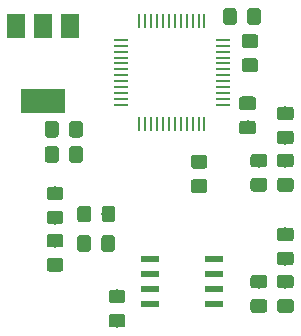
<source format=gtp>
G04 #@! TF.GenerationSoftware,KiCad,Pcbnew,5.0.1+dfsg1-3*
G04 #@! TF.CreationDate,2019-03-17T20:51:19-04:00*
G04 #@! TF.ProjectId,controller,636F6E74726F6C6C65722E6B69636164,rev?*
G04 #@! TF.SameCoordinates,Original*
G04 #@! TF.FileFunction,Paste,Top*
G04 #@! TF.FilePolarity,Positive*
%FSLAX46Y46*%
G04 Gerber Fmt 4.6, Leading zero omitted, Abs format (unit mm)*
G04 Created by KiCad (PCBNEW 5.0.1+dfsg1-3) date Sun 17 Mar 2019 08:51:19 PM EDT*
%MOMM*%
%LPD*%
G01*
G04 APERTURE LIST*
%ADD10C,0.100000*%
%ADD11C,1.150000*%
%ADD12R,0.250000X1.300000*%
%ADD13R,1.300000X0.250000*%
%ADD14R,1.550000X0.600000*%
%ADD15R,3.800000X2.000000*%
%ADD16R,1.500000X2.000000*%
G04 APERTURE END LIST*
D10*
G04 #@! TO.C,D1*
G36*
X101874505Y-108051204D02*
X101898773Y-108054804D01*
X101922572Y-108060765D01*
X101945671Y-108069030D01*
X101967850Y-108079520D01*
X101988893Y-108092132D01*
X102008599Y-108106747D01*
X102026777Y-108123223D01*
X102043253Y-108141401D01*
X102057868Y-108161107D01*
X102070480Y-108182150D01*
X102080970Y-108204329D01*
X102089235Y-108227428D01*
X102095196Y-108251227D01*
X102098796Y-108275495D01*
X102100000Y-108299999D01*
X102100000Y-109200001D01*
X102098796Y-109224505D01*
X102095196Y-109248773D01*
X102089235Y-109272572D01*
X102080970Y-109295671D01*
X102070480Y-109317850D01*
X102057868Y-109338893D01*
X102043253Y-109358599D01*
X102026777Y-109376777D01*
X102008599Y-109393253D01*
X101988893Y-109407868D01*
X101967850Y-109420480D01*
X101945671Y-109430970D01*
X101922572Y-109439235D01*
X101898773Y-109445196D01*
X101874505Y-109448796D01*
X101850001Y-109450000D01*
X101199999Y-109450000D01*
X101175495Y-109448796D01*
X101151227Y-109445196D01*
X101127428Y-109439235D01*
X101104329Y-109430970D01*
X101082150Y-109420480D01*
X101061107Y-109407868D01*
X101041401Y-109393253D01*
X101023223Y-109376777D01*
X101006747Y-109358599D01*
X100992132Y-109338893D01*
X100979520Y-109317850D01*
X100969030Y-109295671D01*
X100960765Y-109272572D01*
X100954804Y-109248773D01*
X100951204Y-109224505D01*
X100950000Y-109200001D01*
X100950000Y-108299999D01*
X100951204Y-108275495D01*
X100954804Y-108251227D01*
X100960765Y-108227428D01*
X100969030Y-108204329D01*
X100979520Y-108182150D01*
X100992132Y-108161107D01*
X101006747Y-108141401D01*
X101023223Y-108123223D01*
X101041401Y-108106747D01*
X101061107Y-108092132D01*
X101082150Y-108079520D01*
X101104329Y-108069030D01*
X101127428Y-108060765D01*
X101151227Y-108054804D01*
X101175495Y-108051204D01*
X101199999Y-108050000D01*
X101850001Y-108050000D01*
X101874505Y-108051204D01*
X101874505Y-108051204D01*
G37*
D11*
X101525000Y-108750000D03*
D10*
G36*
X99824505Y-108051204D02*
X99848773Y-108054804D01*
X99872572Y-108060765D01*
X99895671Y-108069030D01*
X99917850Y-108079520D01*
X99938893Y-108092132D01*
X99958599Y-108106747D01*
X99976777Y-108123223D01*
X99993253Y-108141401D01*
X100007868Y-108161107D01*
X100020480Y-108182150D01*
X100030970Y-108204329D01*
X100039235Y-108227428D01*
X100045196Y-108251227D01*
X100048796Y-108275495D01*
X100050000Y-108299999D01*
X100050000Y-109200001D01*
X100048796Y-109224505D01*
X100045196Y-109248773D01*
X100039235Y-109272572D01*
X100030970Y-109295671D01*
X100020480Y-109317850D01*
X100007868Y-109338893D01*
X99993253Y-109358599D01*
X99976777Y-109376777D01*
X99958599Y-109393253D01*
X99938893Y-109407868D01*
X99917850Y-109420480D01*
X99895671Y-109430970D01*
X99872572Y-109439235D01*
X99848773Y-109445196D01*
X99824505Y-109448796D01*
X99800001Y-109450000D01*
X99149999Y-109450000D01*
X99125495Y-109448796D01*
X99101227Y-109445196D01*
X99077428Y-109439235D01*
X99054329Y-109430970D01*
X99032150Y-109420480D01*
X99011107Y-109407868D01*
X98991401Y-109393253D01*
X98973223Y-109376777D01*
X98956747Y-109358599D01*
X98942132Y-109338893D01*
X98929520Y-109317850D01*
X98919030Y-109295671D01*
X98910765Y-109272572D01*
X98904804Y-109248773D01*
X98901204Y-109224505D01*
X98900000Y-109200001D01*
X98900000Y-108299999D01*
X98901204Y-108275495D01*
X98904804Y-108251227D01*
X98910765Y-108227428D01*
X98919030Y-108204329D01*
X98929520Y-108182150D01*
X98942132Y-108161107D01*
X98956747Y-108141401D01*
X98973223Y-108123223D01*
X98991401Y-108106747D01*
X99011107Y-108092132D01*
X99032150Y-108079520D01*
X99054329Y-108069030D01*
X99077428Y-108060765D01*
X99101227Y-108054804D01*
X99125495Y-108051204D01*
X99149999Y-108050000D01*
X99800001Y-108050000D01*
X99824505Y-108051204D01*
X99824505Y-108051204D01*
G37*
D11*
X99475000Y-108750000D03*
G04 #@! TD*
D10*
G04 #@! TO.C,D2*
G36*
X99799505Y-110551204D02*
X99823773Y-110554804D01*
X99847572Y-110560765D01*
X99870671Y-110569030D01*
X99892850Y-110579520D01*
X99913893Y-110592132D01*
X99933599Y-110606747D01*
X99951777Y-110623223D01*
X99968253Y-110641401D01*
X99982868Y-110661107D01*
X99995480Y-110682150D01*
X100005970Y-110704329D01*
X100014235Y-110727428D01*
X100020196Y-110751227D01*
X100023796Y-110775495D01*
X100025000Y-110799999D01*
X100025000Y-111700001D01*
X100023796Y-111724505D01*
X100020196Y-111748773D01*
X100014235Y-111772572D01*
X100005970Y-111795671D01*
X99995480Y-111817850D01*
X99982868Y-111838893D01*
X99968253Y-111858599D01*
X99951777Y-111876777D01*
X99933599Y-111893253D01*
X99913893Y-111907868D01*
X99892850Y-111920480D01*
X99870671Y-111930970D01*
X99847572Y-111939235D01*
X99823773Y-111945196D01*
X99799505Y-111948796D01*
X99775001Y-111950000D01*
X99124999Y-111950000D01*
X99100495Y-111948796D01*
X99076227Y-111945196D01*
X99052428Y-111939235D01*
X99029329Y-111930970D01*
X99007150Y-111920480D01*
X98986107Y-111907868D01*
X98966401Y-111893253D01*
X98948223Y-111876777D01*
X98931747Y-111858599D01*
X98917132Y-111838893D01*
X98904520Y-111817850D01*
X98894030Y-111795671D01*
X98885765Y-111772572D01*
X98879804Y-111748773D01*
X98876204Y-111724505D01*
X98875000Y-111700001D01*
X98875000Y-110799999D01*
X98876204Y-110775495D01*
X98879804Y-110751227D01*
X98885765Y-110727428D01*
X98894030Y-110704329D01*
X98904520Y-110682150D01*
X98917132Y-110661107D01*
X98931747Y-110641401D01*
X98948223Y-110623223D01*
X98966401Y-110606747D01*
X98986107Y-110592132D01*
X99007150Y-110579520D01*
X99029329Y-110569030D01*
X99052428Y-110560765D01*
X99076227Y-110554804D01*
X99100495Y-110551204D01*
X99124999Y-110550000D01*
X99775001Y-110550000D01*
X99799505Y-110551204D01*
X99799505Y-110551204D01*
G37*
D11*
X99450000Y-111250000D03*
D10*
G36*
X101849505Y-110551204D02*
X101873773Y-110554804D01*
X101897572Y-110560765D01*
X101920671Y-110569030D01*
X101942850Y-110579520D01*
X101963893Y-110592132D01*
X101983599Y-110606747D01*
X102001777Y-110623223D01*
X102018253Y-110641401D01*
X102032868Y-110661107D01*
X102045480Y-110682150D01*
X102055970Y-110704329D01*
X102064235Y-110727428D01*
X102070196Y-110751227D01*
X102073796Y-110775495D01*
X102075000Y-110799999D01*
X102075000Y-111700001D01*
X102073796Y-111724505D01*
X102070196Y-111748773D01*
X102064235Y-111772572D01*
X102055970Y-111795671D01*
X102045480Y-111817850D01*
X102032868Y-111838893D01*
X102018253Y-111858599D01*
X102001777Y-111876777D01*
X101983599Y-111893253D01*
X101963893Y-111907868D01*
X101942850Y-111920480D01*
X101920671Y-111930970D01*
X101897572Y-111939235D01*
X101873773Y-111945196D01*
X101849505Y-111948796D01*
X101825001Y-111950000D01*
X101174999Y-111950000D01*
X101150495Y-111948796D01*
X101126227Y-111945196D01*
X101102428Y-111939235D01*
X101079329Y-111930970D01*
X101057150Y-111920480D01*
X101036107Y-111907868D01*
X101016401Y-111893253D01*
X100998223Y-111876777D01*
X100981747Y-111858599D01*
X100967132Y-111838893D01*
X100954520Y-111817850D01*
X100944030Y-111795671D01*
X100935765Y-111772572D01*
X100929804Y-111748773D01*
X100926204Y-111724505D01*
X100925000Y-111700001D01*
X100925000Y-110799999D01*
X100926204Y-110775495D01*
X100929804Y-110751227D01*
X100935765Y-110727428D01*
X100944030Y-110704329D01*
X100954520Y-110682150D01*
X100967132Y-110661107D01*
X100981747Y-110641401D01*
X100998223Y-110623223D01*
X101016401Y-110606747D01*
X101036107Y-110592132D01*
X101057150Y-110579520D01*
X101079329Y-110569030D01*
X101102428Y-110560765D01*
X101126227Y-110554804D01*
X101150495Y-110551204D01*
X101174999Y-110550000D01*
X101825001Y-110550000D01*
X101849505Y-110551204D01*
X101849505Y-110551204D01*
G37*
D11*
X101500000Y-111250000D03*
G04 #@! TD*
D10*
G04 #@! TO.C,R10*
G36*
X97474505Y-112476204D02*
X97498773Y-112479804D01*
X97522572Y-112485765D01*
X97545671Y-112494030D01*
X97567850Y-112504520D01*
X97588893Y-112517132D01*
X97608599Y-112531747D01*
X97626777Y-112548223D01*
X97643253Y-112566401D01*
X97657868Y-112586107D01*
X97670480Y-112607150D01*
X97680970Y-112629329D01*
X97689235Y-112652428D01*
X97695196Y-112676227D01*
X97698796Y-112700495D01*
X97700000Y-112724999D01*
X97700000Y-113375001D01*
X97698796Y-113399505D01*
X97695196Y-113423773D01*
X97689235Y-113447572D01*
X97680970Y-113470671D01*
X97670480Y-113492850D01*
X97657868Y-113513893D01*
X97643253Y-113533599D01*
X97626777Y-113551777D01*
X97608599Y-113568253D01*
X97588893Y-113582868D01*
X97567850Y-113595480D01*
X97545671Y-113605970D01*
X97522572Y-113614235D01*
X97498773Y-113620196D01*
X97474505Y-113623796D01*
X97450001Y-113625000D01*
X96549999Y-113625000D01*
X96525495Y-113623796D01*
X96501227Y-113620196D01*
X96477428Y-113614235D01*
X96454329Y-113605970D01*
X96432150Y-113595480D01*
X96411107Y-113582868D01*
X96391401Y-113568253D01*
X96373223Y-113551777D01*
X96356747Y-113533599D01*
X96342132Y-113513893D01*
X96329520Y-113492850D01*
X96319030Y-113470671D01*
X96310765Y-113447572D01*
X96304804Y-113423773D01*
X96301204Y-113399505D01*
X96300000Y-113375001D01*
X96300000Y-112724999D01*
X96301204Y-112700495D01*
X96304804Y-112676227D01*
X96310765Y-112652428D01*
X96319030Y-112629329D01*
X96329520Y-112607150D01*
X96342132Y-112586107D01*
X96356747Y-112566401D01*
X96373223Y-112548223D01*
X96391401Y-112531747D01*
X96411107Y-112517132D01*
X96432150Y-112504520D01*
X96454329Y-112494030D01*
X96477428Y-112485765D01*
X96501227Y-112479804D01*
X96525495Y-112476204D01*
X96549999Y-112475000D01*
X97450001Y-112475000D01*
X97474505Y-112476204D01*
X97474505Y-112476204D01*
G37*
D11*
X97000000Y-113050000D03*
D10*
G36*
X97474505Y-110426204D02*
X97498773Y-110429804D01*
X97522572Y-110435765D01*
X97545671Y-110444030D01*
X97567850Y-110454520D01*
X97588893Y-110467132D01*
X97608599Y-110481747D01*
X97626777Y-110498223D01*
X97643253Y-110516401D01*
X97657868Y-110536107D01*
X97670480Y-110557150D01*
X97680970Y-110579329D01*
X97689235Y-110602428D01*
X97695196Y-110626227D01*
X97698796Y-110650495D01*
X97700000Y-110674999D01*
X97700000Y-111325001D01*
X97698796Y-111349505D01*
X97695196Y-111373773D01*
X97689235Y-111397572D01*
X97680970Y-111420671D01*
X97670480Y-111442850D01*
X97657868Y-111463893D01*
X97643253Y-111483599D01*
X97626777Y-111501777D01*
X97608599Y-111518253D01*
X97588893Y-111532868D01*
X97567850Y-111545480D01*
X97545671Y-111555970D01*
X97522572Y-111564235D01*
X97498773Y-111570196D01*
X97474505Y-111573796D01*
X97450001Y-111575000D01*
X96549999Y-111575000D01*
X96525495Y-111573796D01*
X96501227Y-111570196D01*
X96477428Y-111564235D01*
X96454329Y-111555970D01*
X96432150Y-111545480D01*
X96411107Y-111532868D01*
X96391401Y-111518253D01*
X96373223Y-111501777D01*
X96356747Y-111483599D01*
X96342132Y-111463893D01*
X96329520Y-111442850D01*
X96319030Y-111420671D01*
X96310765Y-111397572D01*
X96304804Y-111373773D01*
X96301204Y-111349505D01*
X96300000Y-111325001D01*
X96300000Y-110674999D01*
X96301204Y-110650495D01*
X96304804Y-110626227D01*
X96310765Y-110602428D01*
X96319030Y-110579329D01*
X96329520Y-110557150D01*
X96342132Y-110536107D01*
X96356747Y-110516401D01*
X96373223Y-110498223D01*
X96391401Y-110481747D01*
X96411107Y-110467132D01*
X96432150Y-110454520D01*
X96454329Y-110444030D01*
X96477428Y-110435765D01*
X96501227Y-110429804D01*
X96525495Y-110426204D01*
X96549999Y-110425000D01*
X97450001Y-110425000D01*
X97474505Y-110426204D01*
X97474505Y-110426204D01*
G37*
D11*
X97000000Y-111000000D03*
G04 #@! TD*
D10*
G04 #@! TO.C,R9*
G36*
X97474505Y-108476204D02*
X97498773Y-108479804D01*
X97522572Y-108485765D01*
X97545671Y-108494030D01*
X97567850Y-108504520D01*
X97588893Y-108517132D01*
X97608599Y-108531747D01*
X97626777Y-108548223D01*
X97643253Y-108566401D01*
X97657868Y-108586107D01*
X97670480Y-108607150D01*
X97680970Y-108629329D01*
X97689235Y-108652428D01*
X97695196Y-108676227D01*
X97698796Y-108700495D01*
X97700000Y-108724999D01*
X97700000Y-109375001D01*
X97698796Y-109399505D01*
X97695196Y-109423773D01*
X97689235Y-109447572D01*
X97680970Y-109470671D01*
X97670480Y-109492850D01*
X97657868Y-109513893D01*
X97643253Y-109533599D01*
X97626777Y-109551777D01*
X97608599Y-109568253D01*
X97588893Y-109582868D01*
X97567850Y-109595480D01*
X97545671Y-109605970D01*
X97522572Y-109614235D01*
X97498773Y-109620196D01*
X97474505Y-109623796D01*
X97450001Y-109625000D01*
X96549999Y-109625000D01*
X96525495Y-109623796D01*
X96501227Y-109620196D01*
X96477428Y-109614235D01*
X96454329Y-109605970D01*
X96432150Y-109595480D01*
X96411107Y-109582868D01*
X96391401Y-109568253D01*
X96373223Y-109551777D01*
X96356747Y-109533599D01*
X96342132Y-109513893D01*
X96329520Y-109492850D01*
X96319030Y-109470671D01*
X96310765Y-109447572D01*
X96304804Y-109423773D01*
X96301204Y-109399505D01*
X96300000Y-109375001D01*
X96300000Y-108724999D01*
X96301204Y-108700495D01*
X96304804Y-108676227D01*
X96310765Y-108652428D01*
X96319030Y-108629329D01*
X96329520Y-108607150D01*
X96342132Y-108586107D01*
X96356747Y-108566401D01*
X96373223Y-108548223D01*
X96391401Y-108531747D01*
X96411107Y-108517132D01*
X96432150Y-108504520D01*
X96454329Y-108494030D01*
X96477428Y-108485765D01*
X96501227Y-108479804D01*
X96525495Y-108476204D01*
X96549999Y-108475000D01*
X97450001Y-108475000D01*
X97474505Y-108476204D01*
X97474505Y-108476204D01*
G37*
D11*
X97000000Y-109050000D03*
D10*
G36*
X97474505Y-106426204D02*
X97498773Y-106429804D01*
X97522572Y-106435765D01*
X97545671Y-106444030D01*
X97567850Y-106454520D01*
X97588893Y-106467132D01*
X97608599Y-106481747D01*
X97626777Y-106498223D01*
X97643253Y-106516401D01*
X97657868Y-106536107D01*
X97670480Y-106557150D01*
X97680970Y-106579329D01*
X97689235Y-106602428D01*
X97695196Y-106626227D01*
X97698796Y-106650495D01*
X97700000Y-106674999D01*
X97700000Y-107325001D01*
X97698796Y-107349505D01*
X97695196Y-107373773D01*
X97689235Y-107397572D01*
X97680970Y-107420671D01*
X97670480Y-107442850D01*
X97657868Y-107463893D01*
X97643253Y-107483599D01*
X97626777Y-107501777D01*
X97608599Y-107518253D01*
X97588893Y-107532868D01*
X97567850Y-107545480D01*
X97545671Y-107555970D01*
X97522572Y-107564235D01*
X97498773Y-107570196D01*
X97474505Y-107573796D01*
X97450001Y-107575000D01*
X96549999Y-107575000D01*
X96525495Y-107573796D01*
X96501227Y-107570196D01*
X96477428Y-107564235D01*
X96454329Y-107555970D01*
X96432150Y-107545480D01*
X96411107Y-107532868D01*
X96391401Y-107518253D01*
X96373223Y-107501777D01*
X96356747Y-107483599D01*
X96342132Y-107463893D01*
X96329520Y-107442850D01*
X96319030Y-107420671D01*
X96310765Y-107397572D01*
X96304804Y-107373773D01*
X96301204Y-107349505D01*
X96300000Y-107325001D01*
X96300000Y-106674999D01*
X96301204Y-106650495D01*
X96304804Y-106626227D01*
X96310765Y-106602428D01*
X96319030Y-106579329D01*
X96329520Y-106557150D01*
X96342132Y-106536107D01*
X96356747Y-106516401D01*
X96373223Y-106498223D01*
X96391401Y-106481747D01*
X96411107Y-106467132D01*
X96432150Y-106454520D01*
X96454329Y-106444030D01*
X96477428Y-106435765D01*
X96501227Y-106429804D01*
X96525495Y-106426204D01*
X96549999Y-106425000D01*
X97450001Y-106425000D01*
X97474505Y-106426204D01*
X97474505Y-106426204D01*
G37*
D11*
X97000000Y-107000000D03*
G04 #@! TD*
D10*
G04 #@! TO.C,C7*
G36*
X102724505Y-115151204D02*
X102748773Y-115154804D01*
X102772572Y-115160765D01*
X102795671Y-115169030D01*
X102817850Y-115179520D01*
X102838893Y-115192132D01*
X102858599Y-115206747D01*
X102876777Y-115223223D01*
X102893253Y-115241401D01*
X102907868Y-115261107D01*
X102920480Y-115282150D01*
X102930970Y-115304329D01*
X102939235Y-115327428D01*
X102945196Y-115351227D01*
X102948796Y-115375495D01*
X102950000Y-115399999D01*
X102950000Y-116050001D01*
X102948796Y-116074505D01*
X102945196Y-116098773D01*
X102939235Y-116122572D01*
X102930970Y-116145671D01*
X102920480Y-116167850D01*
X102907868Y-116188893D01*
X102893253Y-116208599D01*
X102876777Y-116226777D01*
X102858599Y-116243253D01*
X102838893Y-116257868D01*
X102817850Y-116270480D01*
X102795671Y-116280970D01*
X102772572Y-116289235D01*
X102748773Y-116295196D01*
X102724505Y-116298796D01*
X102700001Y-116300000D01*
X101799999Y-116300000D01*
X101775495Y-116298796D01*
X101751227Y-116295196D01*
X101727428Y-116289235D01*
X101704329Y-116280970D01*
X101682150Y-116270480D01*
X101661107Y-116257868D01*
X101641401Y-116243253D01*
X101623223Y-116226777D01*
X101606747Y-116208599D01*
X101592132Y-116188893D01*
X101579520Y-116167850D01*
X101569030Y-116145671D01*
X101560765Y-116122572D01*
X101554804Y-116098773D01*
X101551204Y-116074505D01*
X101550000Y-116050001D01*
X101550000Y-115399999D01*
X101551204Y-115375495D01*
X101554804Y-115351227D01*
X101560765Y-115327428D01*
X101569030Y-115304329D01*
X101579520Y-115282150D01*
X101592132Y-115261107D01*
X101606747Y-115241401D01*
X101623223Y-115223223D01*
X101641401Y-115206747D01*
X101661107Y-115192132D01*
X101682150Y-115179520D01*
X101704329Y-115169030D01*
X101727428Y-115160765D01*
X101751227Y-115154804D01*
X101775495Y-115151204D01*
X101799999Y-115150000D01*
X102700001Y-115150000D01*
X102724505Y-115151204D01*
X102724505Y-115151204D01*
G37*
D11*
X102250000Y-115725000D03*
D10*
G36*
X102724505Y-117201204D02*
X102748773Y-117204804D01*
X102772572Y-117210765D01*
X102795671Y-117219030D01*
X102817850Y-117229520D01*
X102838893Y-117242132D01*
X102858599Y-117256747D01*
X102876777Y-117273223D01*
X102893253Y-117291401D01*
X102907868Y-117311107D01*
X102920480Y-117332150D01*
X102930970Y-117354329D01*
X102939235Y-117377428D01*
X102945196Y-117401227D01*
X102948796Y-117425495D01*
X102950000Y-117449999D01*
X102950000Y-118100001D01*
X102948796Y-118124505D01*
X102945196Y-118148773D01*
X102939235Y-118172572D01*
X102930970Y-118195671D01*
X102920480Y-118217850D01*
X102907868Y-118238893D01*
X102893253Y-118258599D01*
X102876777Y-118276777D01*
X102858599Y-118293253D01*
X102838893Y-118307868D01*
X102817850Y-118320480D01*
X102795671Y-118330970D01*
X102772572Y-118339235D01*
X102748773Y-118345196D01*
X102724505Y-118348796D01*
X102700001Y-118350000D01*
X101799999Y-118350000D01*
X101775495Y-118348796D01*
X101751227Y-118345196D01*
X101727428Y-118339235D01*
X101704329Y-118330970D01*
X101682150Y-118320480D01*
X101661107Y-118307868D01*
X101641401Y-118293253D01*
X101623223Y-118276777D01*
X101606747Y-118258599D01*
X101592132Y-118238893D01*
X101579520Y-118217850D01*
X101569030Y-118195671D01*
X101560765Y-118172572D01*
X101554804Y-118148773D01*
X101551204Y-118124505D01*
X101550000Y-118100001D01*
X101550000Y-117449999D01*
X101551204Y-117425495D01*
X101554804Y-117401227D01*
X101560765Y-117377428D01*
X101569030Y-117354329D01*
X101579520Y-117332150D01*
X101592132Y-117311107D01*
X101606747Y-117291401D01*
X101623223Y-117273223D01*
X101641401Y-117256747D01*
X101661107Y-117242132D01*
X101682150Y-117229520D01*
X101704329Y-117219030D01*
X101727428Y-117210765D01*
X101751227Y-117204804D01*
X101775495Y-117201204D01*
X101799999Y-117200000D01*
X102700001Y-117200000D01*
X102724505Y-117201204D01*
X102724505Y-117201204D01*
G37*
D11*
X102250000Y-117775000D03*
G04 #@! TD*
D10*
G04 #@! TO.C,C5*
G36*
X114724505Y-103651204D02*
X114748773Y-103654804D01*
X114772572Y-103660765D01*
X114795671Y-103669030D01*
X114817850Y-103679520D01*
X114838893Y-103692132D01*
X114858599Y-103706747D01*
X114876777Y-103723223D01*
X114893253Y-103741401D01*
X114907868Y-103761107D01*
X114920480Y-103782150D01*
X114930970Y-103804329D01*
X114939235Y-103827428D01*
X114945196Y-103851227D01*
X114948796Y-103875495D01*
X114950000Y-103899999D01*
X114950000Y-104550001D01*
X114948796Y-104574505D01*
X114945196Y-104598773D01*
X114939235Y-104622572D01*
X114930970Y-104645671D01*
X114920480Y-104667850D01*
X114907868Y-104688893D01*
X114893253Y-104708599D01*
X114876777Y-104726777D01*
X114858599Y-104743253D01*
X114838893Y-104757868D01*
X114817850Y-104770480D01*
X114795671Y-104780970D01*
X114772572Y-104789235D01*
X114748773Y-104795196D01*
X114724505Y-104798796D01*
X114700001Y-104800000D01*
X113799999Y-104800000D01*
X113775495Y-104798796D01*
X113751227Y-104795196D01*
X113727428Y-104789235D01*
X113704329Y-104780970D01*
X113682150Y-104770480D01*
X113661107Y-104757868D01*
X113641401Y-104743253D01*
X113623223Y-104726777D01*
X113606747Y-104708599D01*
X113592132Y-104688893D01*
X113579520Y-104667850D01*
X113569030Y-104645671D01*
X113560765Y-104622572D01*
X113554804Y-104598773D01*
X113551204Y-104574505D01*
X113550000Y-104550001D01*
X113550000Y-103899999D01*
X113551204Y-103875495D01*
X113554804Y-103851227D01*
X113560765Y-103827428D01*
X113569030Y-103804329D01*
X113579520Y-103782150D01*
X113592132Y-103761107D01*
X113606747Y-103741401D01*
X113623223Y-103723223D01*
X113641401Y-103706747D01*
X113661107Y-103692132D01*
X113682150Y-103679520D01*
X113704329Y-103669030D01*
X113727428Y-103660765D01*
X113751227Y-103654804D01*
X113775495Y-103651204D01*
X113799999Y-103650000D01*
X114700001Y-103650000D01*
X114724505Y-103651204D01*
X114724505Y-103651204D01*
G37*
D11*
X114250000Y-104225000D03*
D10*
G36*
X114724505Y-105701204D02*
X114748773Y-105704804D01*
X114772572Y-105710765D01*
X114795671Y-105719030D01*
X114817850Y-105729520D01*
X114838893Y-105742132D01*
X114858599Y-105756747D01*
X114876777Y-105773223D01*
X114893253Y-105791401D01*
X114907868Y-105811107D01*
X114920480Y-105832150D01*
X114930970Y-105854329D01*
X114939235Y-105877428D01*
X114945196Y-105901227D01*
X114948796Y-105925495D01*
X114950000Y-105949999D01*
X114950000Y-106600001D01*
X114948796Y-106624505D01*
X114945196Y-106648773D01*
X114939235Y-106672572D01*
X114930970Y-106695671D01*
X114920480Y-106717850D01*
X114907868Y-106738893D01*
X114893253Y-106758599D01*
X114876777Y-106776777D01*
X114858599Y-106793253D01*
X114838893Y-106807868D01*
X114817850Y-106820480D01*
X114795671Y-106830970D01*
X114772572Y-106839235D01*
X114748773Y-106845196D01*
X114724505Y-106848796D01*
X114700001Y-106850000D01*
X113799999Y-106850000D01*
X113775495Y-106848796D01*
X113751227Y-106845196D01*
X113727428Y-106839235D01*
X113704329Y-106830970D01*
X113682150Y-106820480D01*
X113661107Y-106807868D01*
X113641401Y-106793253D01*
X113623223Y-106776777D01*
X113606747Y-106758599D01*
X113592132Y-106738893D01*
X113579520Y-106717850D01*
X113569030Y-106695671D01*
X113560765Y-106672572D01*
X113554804Y-106648773D01*
X113551204Y-106624505D01*
X113550000Y-106600001D01*
X113550000Y-105949999D01*
X113551204Y-105925495D01*
X113554804Y-105901227D01*
X113560765Y-105877428D01*
X113569030Y-105854329D01*
X113579520Y-105832150D01*
X113592132Y-105811107D01*
X113606747Y-105791401D01*
X113623223Y-105773223D01*
X113641401Y-105756747D01*
X113661107Y-105742132D01*
X113682150Y-105729520D01*
X113704329Y-105719030D01*
X113727428Y-105710765D01*
X113751227Y-105704804D01*
X113775495Y-105701204D01*
X113799999Y-105700000D01*
X114700001Y-105700000D01*
X114724505Y-105701204D01*
X114724505Y-105701204D01*
G37*
D11*
X114250000Y-106275000D03*
G04 #@! TD*
D10*
G04 #@! TO.C,R5*
G36*
X116974505Y-101701204D02*
X116998773Y-101704804D01*
X117022572Y-101710765D01*
X117045671Y-101719030D01*
X117067850Y-101729520D01*
X117088893Y-101742132D01*
X117108599Y-101756747D01*
X117126777Y-101773223D01*
X117143253Y-101791401D01*
X117157868Y-101811107D01*
X117170480Y-101832150D01*
X117180970Y-101854329D01*
X117189235Y-101877428D01*
X117195196Y-101901227D01*
X117198796Y-101925495D01*
X117200000Y-101949999D01*
X117200000Y-102600001D01*
X117198796Y-102624505D01*
X117195196Y-102648773D01*
X117189235Y-102672572D01*
X117180970Y-102695671D01*
X117170480Y-102717850D01*
X117157868Y-102738893D01*
X117143253Y-102758599D01*
X117126777Y-102776777D01*
X117108599Y-102793253D01*
X117088893Y-102807868D01*
X117067850Y-102820480D01*
X117045671Y-102830970D01*
X117022572Y-102839235D01*
X116998773Y-102845196D01*
X116974505Y-102848796D01*
X116950001Y-102850000D01*
X116049999Y-102850000D01*
X116025495Y-102848796D01*
X116001227Y-102845196D01*
X115977428Y-102839235D01*
X115954329Y-102830970D01*
X115932150Y-102820480D01*
X115911107Y-102807868D01*
X115891401Y-102793253D01*
X115873223Y-102776777D01*
X115856747Y-102758599D01*
X115842132Y-102738893D01*
X115829520Y-102717850D01*
X115819030Y-102695671D01*
X115810765Y-102672572D01*
X115804804Y-102648773D01*
X115801204Y-102624505D01*
X115800000Y-102600001D01*
X115800000Y-101949999D01*
X115801204Y-101925495D01*
X115804804Y-101901227D01*
X115810765Y-101877428D01*
X115819030Y-101854329D01*
X115829520Y-101832150D01*
X115842132Y-101811107D01*
X115856747Y-101791401D01*
X115873223Y-101773223D01*
X115891401Y-101756747D01*
X115911107Y-101742132D01*
X115932150Y-101729520D01*
X115954329Y-101719030D01*
X115977428Y-101710765D01*
X116001227Y-101704804D01*
X116025495Y-101701204D01*
X116049999Y-101700000D01*
X116950001Y-101700000D01*
X116974505Y-101701204D01*
X116974505Y-101701204D01*
G37*
D11*
X116500000Y-102275000D03*
D10*
G36*
X116974505Y-99651204D02*
X116998773Y-99654804D01*
X117022572Y-99660765D01*
X117045671Y-99669030D01*
X117067850Y-99679520D01*
X117088893Y-99692132D01*
X117108599Y-99706747D01*
X117126777Y-99723223D01*
X117143253Y-99741401D01*
X117157868Y-99761107D01*
X117170480Y-99782150D01*
X117180970Y-99804329D01*
X117189235Y-99827428D01*
X117195196Y-99851227D01*
X117198796Y-99875495D01*
X117200000Y-99899999D01*
X117200000Y-100550001D01*
X117198796Y-100574505D01*
X117195196Y-100598773D01*
X117189235Y-100622572D01*
X117180970Y-100645671D01*
X117170480Y-100667850D01*
X117157868Y-100688893D01*
X117143253Y-100708599D01*
X117126777Y-100726777D01*
X117108599Y-100743253D01*
X117088893Y-100757868D01*
X117067850Y-100770480D01*
X117045671Y-100780970D01*
X117022572Y-100789235D01*
X116998773Y-100795196D01*
X116974505Y-100798796D01*
X116950001Y-100800000D01*
X116049999Y-100800000D01*
X116025495Y-100798796D01*
X116001227Y-100795196D01*
X115977428Y-100789235D01*
X115954329Y-100780970D01*
X115932150Y-100770480D01*
X115911107Y-100757868D01*
X115891401Y-100743253D01*
X115873223Y-100726777D01*
X115856747Y-100708599D01*
X115842132Y-100688893D01*
X115829520Y-100667850D01*
X115819030Y-100645671D01*
X115810765Y-100622572D01*
X115804804Y-100598773D01*
X115801204Y-100574505D01*
X115800000Y-100550001D01*
X115800000Y-99899999D01*
X115801204Y-99875495D01*
X115804804Y-99851227D01*
X115810765Y-99827428D01*
X115819030Y-99804329D01*
X115829520Y-99782150D01*
X115842132Y-99761107D01*
X115856747Y-99741401D01*
X115873223Y-99723223D01*
X115891401Y-99706747D01*
X115911107Y-99692132D01*
X115932150Y-99679520D01*
X115954329Y-99669030D01*
X115977428Y-99660765D01*
X116001227Y-99654804D01*
X116025495Y-99651204D01*
X116049999Y-99650000D01*
X116950001Y-99650000D01*
X116974505Y-99651204D01*
X116974505Y-99651204D01*
G37*
D11*
X116500000Y-100225000D03*
G04 #@! TD*
D10*
G04 #@! TO.C,R6*
G36*
X116974505Y-103651204D02*
X116998773Y-103654804D01*
X117022572Y-103660765D01*
X117045671Y-103669030D01*
X117067850Y-103679520D01*
X117088893Y-103692132D01*
X117108599Y-103706747D01*
X117126777Y-103723223D01*
X117143253Y-103741401D01*
X117157868Y-103761107D01*
X117170480Y-103782150D01*
X117180970Y-103804329D01*
X117189235Y-103827428D01*
X117195196Y-103851227D01*
X117198796Y-103875495D01*
X117200000Y-103899999D01*
X117200000Y-104550001D01*
X117198796Y-104574505D01*
X117195196Y-104598773D01*
X117189235Y-104622572D01*
X117180970Y-104645671D01*
X117170480Y-104667850D01*
X117157868Y-104688893D01*
X117143253Y-104708599D01*
X117126777Y-104726777D01*
X117108599Y-104743253D01*
X117088893Y-104757868D01*
X117067850Y-104770480D01*
X117045671Y-104780970D01*
X117022572Y-104789235D01*
X116998773Y-104795196D01*
X116974505Y-104798796D01*
X116950001Y-104800000D01*
X116049999Y-104800000D01*
X116025495Y-104798796D01*
X116001227Y-104795196D01*
X115977428Y-104789235D01*
X115954329Y-104780970D01*
X115932150Y-104770480D01*
X115911107Y-104757868D01*
X115891401Y-104743253D01*
X115873223Y-104726777D01*
X115856747Y-104708599D01*
X115842132Y-104688893D01*
X115829520Y-104667850D01*
X115819030Y-104645671D01*
X115810765Y-104622572D01*
X115804804Y-104598773D01*
X115801204Y-104574505D01*
X115800000Y-104550001D01*
X115800000Y-103899999D01*
X115801204Y-103875495D01*
X115804804Y-103851227D01*
X115810765Y-103827428D01*
X115819030Y-103804329D01*
X115829520Y-103782150D01*
X115842132Y-103761107D01*
X115856747Y-103741401D01*
X115873223Y-103723223D01*
X115891401Y-103706747D01*
X115911107Y-103692132D01*
X115932150Y-103679520D01*
X115954329Y-103669030D01*
X115977428Y-103660765D01*
X116001227Y-103654804D01*
X116025495Y-103651204D01*
X116049999Y-103650000D01*
X116950001Y-103650000D01*
X116974505Y-103651204D01*
X116974505Y-103651204D01*
G37*
D11*
X116500000Y-104225000D03*
D10*
G36*
X116974505Y-105701204D02*
X116998773Y-105704804D01*
X117022572Y-105710765D01*
X117045671Y-105719030D01*
X117067850Y-105729520D01*
X117088893Y-105742132D01*
X117108599Y-105756747D01*
X117126777Y-105773223D01*
X117143253Y-105791401D01*
X117157868Y-105811107D01*
X117170480Y-105832150D01*
X117180970Y-105854329D01*
X117189235Y-105877428D01*
X117195196Y-105901227D01*
X117198796Y-105925495D01*
X117200000Y-105949999D01*
X117200000Y-106600001D01*
X117198796Y-106624505D01*
X117195196Y-106648773D01*
X117189235Y-106672572D01*
X117180970Y-106695671D01*
X117170480Y-106717850D01*
X117157868Y-106738893D01*
X117143253Y-106758599D01*
X117126777Y-106776777D01*
X117108599Y-106793253D01*
X117088893Y-106807868D01*
X117067850Y-106820480D01*
X117045671Y-106830970D01*
X117022572Y-106839235D01*
X116998773Y-106845196D01*
X116974505Y-106848796D01*
X116950001Y-106850000D01*
X116049999Y-106850000D01*
X116025495Y-106848796D01*
X116001227Y-106845196D01*
X115977428Y-106839235D01*
X115954329Y-106830970D01*
X115932150Y-106820480D01*
X115911107Y-106807868D01*
X115891401Y-106793253D01*
X115873223Y-106776777D01*
X115856747Y-106758599D01*
X115842132Y-106738893D01*
X115829520Y-106717850D01*
X115819030Y-106695671D01*
X115810765Y-106672572D01*
X115804804Y-106648773D01*
X115801204Y-106624505D01*
X115800000Y-106600001D01*
X115800000Y-105949999D01*
X115801204Y-105925495D01*
X115804804Y-105901227D01*
X115810765Y-105877428D01*
X115819030Y-105854329D01*
X115829520Y-105832150D01*
X115842132Y-105811107D01*
X115856747Y-105791401D01*
X115873223Y-105773223D01*
X115891401Y-105756747D01*
X115911107Y-105742132D01*
X115932150Y-105729520D01*
X115954329Y-105719030D01*
X115977428Y-105710765D01*
X116001227Y-105704804D01*
X116025495Y-105701204D01*
X116049999Y-105700000D01*
X116950001Y-105700000D01*
X116974505Y-105701204D01*
X116974505Y-105701204D01*
G37*
D11*
X116500000Y-106275000D03*
G04 #@! TD*
D10*
G04 #@! TO.C,C3*
G36*
X99124505Y-103001204D02*
X99148773Y-103004804D01*
X99172572Y-103010765D01*
X99195671Y-103019030D01*
X99217850Y-103029520D01*
X99238893Y-103042132D01*
X99258599Y-103056747D01*
X99276777Y-103073223D01*
X99293253Y-103091401D01*
X99307868Y-103111107D01*
X99320480Y-103132150D01*
X99330970Y-103154329D01*
X99339235Y-103177428D01*
X99345196Y-103201227D01*
X99348796Y-103225495D01*
X99350000Y-103249999D01*
X99350000Y-104150001D01*
X99348796Y-104174505D01*
X99345196Y-104198773D01*
X99339235Y-104222572D01*
X99330970Y-104245671D01*
X99320480Y-104267850D01*
X99307868Y-104288893D01*
X99293253Y-104308599D01*
X99276777Y-104326777D01*
X99258599Y-104343253D01*
X99238893Y-104357868D01*
X99217850Y-104370480D01*
X99195671Y-104380970D01*
X99172572Y-104389235D01*
X99148773Y-104395196D01*
X99124505Y-104398796D01*
X99100001Y-104400000D01*
X98449999Y-104400000D01*
X98425495Y-104398796D01*
X98401227Y-104395196D01*
X98377428Y-104389235D01*
X98354329Y-104380970D01*
X98332150Y-104370480D01*
X98311107Y-104357868D01*
X98291401Y-104343253D01*
X98273223Y-104326777D01*
X98256747Y-104308599D01*
X98242132Y-104288893D01*
X98229520Y-104267850D01*
X98219030Y-104245671D01*
X98210765Y-104222572D01*
X98204804Y-104198773D01*
X98201204Y-104174505D01*
X98200000Y-104150001D01*
X98200000Y-103249999D01*
X98201204Y-103225495D01*
X98204804Y-103201227D01*
X98210765Y-103177428D01*
X98219030Y-103154329D01*
X98229520Y-103132150D01*
X98242132Y-103111107D01*
X98256747Y-103091401D01*
X98273223Y-103073223D01*
X98291401Y-103056747D01*
X98311107Y-103042132D01*
X98332150Y-103029520D01*
X98354329Y-103019030D01*
X98377428Y-103010765D01*
X98401227Y-103004804D01*
X98425495Y-103001204D01*
X98449999Y-103000000D01*
X99100001Y-103000000D01*
X99124505Y-103001204D01*
X99124505Y-103001204D01*
G37*
D11*
X98775000Y-103700000D03*
D10*
G36*
X97074505Y-103001204D02*
X97098773Y-103004804D01*
X97122572Y-103010765D01*
X97145671Y-103019030D01*
X97167850Y-103029520D01*
X97188893Y-103042132D01*
X97208599Y-103056747D01*
X97226777Y-103073223D01*
X97243253Y-103091401D01*
X97257868Y-103111107D01*
X97270480Y-103132150D01*
X97280970Y-103154329D01*
X97289235Y-103177428D01*
X97295196Y-103201227D01*
X97298796Y-103225495D01*
X97300000Y-103249999D01*
X97300000Y-104150001D01*
X97298796Y-104174505D01*
X97295196Y-104198773D01*
X97289235Y-104222572D01*
X97280970Y-104245671D01*
X97270480Y-104267850D01*
X97257868Y-104288893D01*
X97243253Y-104308599D01*
X97226777Y-104326777D01*
X97208599Y-104343253D01*
X97188893Y-104357868D01*
X97167850Y-104370480D01*
X97145671Y-104380970D01*
X97122572Y-104389235D01*
X97098773Y-104395196D01*
X97074505Y-104398796D01*
X97050001Y-104400000D01*
X96399999Y-104400000D01*
X96375495Y-104398796D01*
X96351227Y-104395196D01*
X96327428Y-104389235D01*
X96304329Y-104380970D01*
X96282150Y-104370480D01*
X96261107Y-104357868D01*
X96241401Y-104343253D01*
X96223223Y-104326777D01*
X96206747Y-104308599D01*
X96192132Y-104288893D01*
X96179520Y-104267850D01*
X96169030Y-104245671D01*
X96160765Y-104222572D01*
X96154804Y-104198773D01*
X96151204Y-104174505D01*
X96150000Y-104150001D01*
X96150000Y-103249999D01*
X96151204Y-103225495D01*
X96154804Y-103201227D01*
X96160765Y-103177428D01*
X96169030Y-103154329D01*
X96179520Y-103132150D01*
X96192132Y-103111107D01*
X96206747Y-103091401D01*
X96223223Y-103073223D01*
X96241401Y-103056747D01*
X96261107Y-103042132D01*
X96282150Y-103029520D01*
X96304329Y-103019030D01*
X96327428Y-103010765D01*
X96351227Y-103004804D01*
X96375495Y-103001204D01*
X96399999Y-103000000D01*
X97050001Y-103000000D01*
X97074505Y-103001204D01*
X97074505Y-103001204D01*
G37*
D11*
X96725000Y-103700000D03*
G04 #@! TD*
D10*
G04 #@! TO.C,C4*
G36*
X97074505Y-100876204D02*
X97098773Y-100879804D01*
X97122572Y-100885765D01*
X97145671Y-100894030D01*
X97167850Y-100904520D01*
X97188893Y-100917132D01*
X97208599Y-100931747D01*
X97226777Y-100948223D01*
X97243253Y-100966401D01*
X97257868Y-100986107D01*
X97270480Y-101007150D01*
X97280970Y-101029329D01*
X97289235Y-101052428D01*
X97295196Y-101076227D01*
X97298796Y-101100495D01*
X97300000Y-101124999D01*
X97300000Y-102025001D01*
X97298796Y-102049505D01*
X97295196Y-102073773D01*
X97289235Y-102097572D01*
X97280970Y-102120671D01*
X97270480Y-102142850D01*
X97257868Y-102163893D01*
X97243253Y-102183599D01*
X97226777Y-102201777D01*
X97208599Y-102218253D01*
X97188893Y-102232868D01*
X97167850Y-102245480D01*
X97145671Y-102255970D01*
X97122572Y-102264235D01*
X97098773Y-102270196D01*
X97074505Y-102273796D01*
X97050001Y-102275000D01*
X96399999Y-102275000D01*
X96375495Y-102273796D01*
X96351227Y-102270196D01*
X96327428Y-102264235D01*
X96304329Y-102255970D01*
X96282150Y-102245480D01*
X96261107Y-102232868D01*
X96241401Y-102218253D01*
X96223223Y-102201777D01*
X96206747Y-102183599D01*
X96192132Y-102163893D01*
X96179520Y-102142850D01*
X96169030Y-102120671D01*
X96160765Y-102097572D01*
X96154804Y-102073773D01*
X96151204Y-102049505D01*
X96150000Y-102025001D01*
X96150000Y-101124999D01*
X96151204Y-101100495D01*
X96154804Y-101076227D01*
X96160765Y-101052428D01*
X96169030Y-101029329D01*
X96179520Y-101007150D01*
X96192132Y-100986107D01*
X96206747Y-100966401D01*
X96223223Y-100948223D01*
X96241401Y-100931747D01*
X96261107Y-100917132D01*
X96282150Y-100904520D01*
X96304329Y-100894030D01*
X96327428Y-100885765D01*
X96351227Y-100879804D01*
X96375495Y-100876204D01*
X96399999Y-100875000D01*
X97050001Y-100875000D01*
X97074505Y-100876204D01*
X97074505Y-100876204D01*
G37*
D11*
X96725000Y-101575000D03*
D10*
G36*
X99124505Y-100876204D02*
X99148773Y-100879804D01*
X99172572Y-100885765D01*
X99195671Y-100894030D01*
X99217850Y-100904520D01*
X99238893Y-100917132D01*
X99258599Y-100931747D01*
X99276777Y-100948223D01*
X99293253Y-100966401D01*
X99307868Y-100986107D01*
X99320480Y-101007150D01*
X99330970Y-101029329D01*
X99339235Y-101052428D01*
X99345196Y-101076227D01*
X99348796Y-101100495D01*
X99350000Y-101124999D01*
X99350000Y-102025001D01*
X99348796Y-102049505D01*
X99345196Y-102073773D01*
X99339235Y-102097572D01*
X99330970Y-102120671D01*
X99320480Y-102142850D01*
X99307868Y-102163893D01*
X99293253Y-102183599D01*
X99276777Y-102201777D01*
X99258599Y-102218253D01*
X99238893Y-102232868D01*
X99217850Y-102245480D01*
X99195671Y-102255970D01*
X99172572Y-102264235D01*
X99148773Y-102270196D01*
X99124505Y-102273796D01*
X99100001Y-102275000D01*
X98449999Y-102275000D01*
X98425495Y-102273796D01*
X98401227Y-102270196D01*
X98377428Y-102264235D01*
X98354329Y-102255970D01*
X98332150Y-102245480D01*
X98311107Y-102232868D01*
X98291401Y-102218253D01*
X98273223Y-102201777D01*
X98256747Y-102183599D01*
X98242132Y-102163893D01*
X98229520Y-102142850D01*
X98219030Y-102120671D01*
X98210765Y-102097572D01*
X98204804Y-102073773D01*
X98201204Y-102049505D01*
X98200000Y-102025001D01*
X98200000Y-101124999D01*
X98201204Y-101100495D01*
X98204804Y-101076227D01*
X98210765Y-101052428D01*
X98219030Y-101029329D01*
X98229520Y-101007150D01*
X98242132Y-100986107D01*
X98256747Y-100966401D01*
X98273223Y-100948223D01*
X98291401Y-100931747D01*
X98311107Y-100917132D01*
X98332150Y-100904520D01*
X98354329Y-100894030D01*
X98377428Y-100885765D01*
X98401227Y-100879804D01*
X98425495Y-100876204D01*
X98449999Y-100875000D01*
X99100001Y-100875000D01*
X99124505Y-100876204D01*
X99124505Y-100876204D01*
G37*
D11*
X98775000Y-101575000D03*
G04 #@! TD*
D10*
G04 #@! TO.C,C6*
G36*
X114724505Y-115951204D02*
X114748773Y-115954804D01*
X114772572Y-115960765D01*
X114795671Y-115969030D01*
X114817850Y-115979520D01*
X114838893Y-115992132D01*
X114858599Y-116006747D01*
X114876777Y-116023223D01*
X114893253Y-116041401D01*
X114907868Y-116061107D01*
X114920480Y-116082150D01*
X114930970Y-116104329D01*
X114939235Y-116127428D01*
X114945196Y-116151227D01*
X114948796Y-116175495D01*
X114950000Y-116199999D01*
X114950000Y-116850001D01*
X114948796Y-116874505D01*
X114945196Y-116898773D01*
X114939235Y-116922572D01*
X114930970Y-116945671D01*
X114920480Y-116967850D01*
X114907868Y-116988893D01*
X114893253Y-117008599D01*
X114876777Y-117026777D01*
X114858599Y-117043253D01*
X114838893Y-117057868D01*
X114817850Y-117070480D01*
X114795671Y-117080970D01*
X114772572Y-117089235D01*
X114748773Y-117095196D01*
X114724505Y-117098796D01*
X114700001Y-117100000D01*
X113799999Y-117100000D01*
X113775495Y-117098796D01*
X113751227Y-117095196D01*
X113727428Y-117089235D01*
X113704329Y-117080970D01*
X113682150Y-117070480D01*
X113661107Y-117057868D01*
X113641401Y-117043253D01*
X113623223Y-117026777D01*
X113606747Y-117008599D01*
X113592132Y-116988893D01*
X113579520Y-116967850D01*
X113569030Y-116945671D01*
X113560765Y-116922572D01*
X113554804Y-116898773D01*
X113551204Y-116874505D01*
X113550000Y-116850001D01*
X113550000Y-116199999D01*
X113551204Y-116175495D01*
X113554804Y-116151227D01*
X113560765Y-116127428D01*
X113569030Y-116104329D01*
X113579520Y-116082150D01*
X113592132Y-116061107D01*
X113606747Y-116041401D01*
X113623223Y-116023223D01*
X113641401Y-116006747D01*
X113661107Y-115992132D01*
X113682150Y-115979520D01*
X113704329Y-115969030D01*
X113727428Y-115960765D01*
X113751227Y-115954804D01*
X113775495Y-115951204D01*
X113799999Y-115950000D01*
X114700001Y-115950000D01*
X114724505Y-115951204D01*
X114724505Y-115951204D01*
G37*
D11*
X114250000Y-116525000D03*
D10*
G36*
X114724505Y-113901204D02*
X114748773Y-113904804D01*
X114772572Y-113910765D01*
X114795671Y-113919030D01*
X114817850Y-113929520D01*
X114838893Y-113942132D01*
X114858599Y-113956747D01*
X114876777Y-113973223D01*
X114893253Y-113991401D01*
X114907868Y-114011107D01*
X114920480Y-114032150D01*
X114930970Y-114054329D01*
X114939235Y-114077428D01*
X114945196Y-114101227D01*
X114948796Y-114125495D01*
X114950000Y-114149999D01*
X114950000Y-114800001D01*
X114948796Y-114824505D01*
X114945196Y-114848773D01*
X114939235Y-114872572D01*
X114930970Y-114895671D01*
X114920480Y-114917850D01*
X114907868Y-114938893D01*
X114893253Y-114958599D01*
X114876777Y-114976777D01*
X114858599Y-114993253D01*
X114838893Y-115007868D01*
X114817850Y-115020480D01*
X114795671Y-115030970D01*
X114772572Y-115039235D01*
X114748773Y-115045196D01*
X114724505Y-115048796D01*
X114700001Y-115050000D01*
X113799999Y-115050000D01*
X113775495Y-115048796D01*
X113751227Y-115045196D01*
X113727428Y-115039235D01*
X113704329Y-115030970D01*
X113682150Y-115020480D01*
X113661107Y-115007868D01*
X113641401Y-114993253D01*
X113623223Y-114976777D01*
X113606747Y-114958599D01*
X113592132Y-114938893D01*
X113579520Y-114917850D01*
X113569030Y-114895671D01*
X113560765Y-114872572D01*
X113554804Y-114848773D01*
X113551204Y-114824505D01*
X113550000Y-114800001D01*
X113550000Y-114149999D01*
X113551204Y-114125495D01*
X113554804Y-114101227D01*
X113560765Y-114077428D01*
X113569030Y-114054329D01*
X113579520Y-114032150D01*
X113592132Y-114011107D01*
X113606747Y-113991401D01*
X113623223Y-113973223D01*
X113641401Y-113956747D01*
X113661107Y-113942132D01*
X113682150Y-113929520D01*
X113704329Y-113919030D01*
X113727428Y-113910765D01*
X113751227Y-113904804D01*
X113775495Y-113901204D01*
X113799999Y-113900000D01*
X114700001Y-113900000D01*
X114724505Y-113901204D01*
X114724505Y-113901204D01*
G37*
D11*
X114250000Y-114475000D03*
G04 #@! TD*
D12*
G04 #@! TO.C,U1*
X109650000Y-92400000D03*
X109150000Y-92400000D03*
X108650000Y-92400000D03*
X108150000Y-92400000D03*
X107650000Y-92400000D03*
X107150000Y-92400000D03*
X106650000Y-92400000D03*
X106150000Y-92400000D03*
X105650000Y-92400000D03*
X105150000Y-92400000D03*
X104650000Y-92400000D03*
X104150000Y-92400000D03*
D13*
X102550000Y-94000000D03*
X102550000Y-94500000D03*
X102550000Y-95000000D03*
X102550000Y-95500000D03*
X102550000Y-96000000D03*
X102550000Y-96500000D03*
X102550000Y-97000000D03*
X102550000Y-97500000D03*
X102550000Y-98000000D03*
X102550000Y-98500000D03*
X102550000Y-99000000D03*
X102550000Y-99500000D03*
D12*
X104150000Y-101100000D03*
X104650000Y-101100000D03*
X105150000Y-101100000D03*
X105650000Y-101100000D03*
X106150000Y-101100000D03*
X106650000Y-101100000D03*
X107150000Y-101100000D03*
X107650000Y-101100000D03*
X108150000Y-101100000D03*
X108650000Y-101100000D03*
X109150000Y-101100000D03*
X109650000Y-101100000D03*
D13*
X111250000Y-99500000D03*
X111250000Y-99000000D03*
X111250000Y-98500000D03*
X111250000Y-98000000D03*
X111250000Y-97500000D03*
X111250000Y-97000000D03*
X111250000Y-96500000D03*
X111250000Y-96000000D03*
X111250000Y-95500000D03*
X111250000Y-95000000D03*
X111250000Y-94500000D03*
X111250000Y-94000000D03*
G04 #@! TD*
D14*
G04 #@! TO.C,U2*
X105050000Y-112595000D03*
X105050000Y-113865000D03*
X105050000Y-115135000D03*
X105050000Y-116405000D03*
X110450000Y-116405000D03*
X110450000Y-115135000D03*
X110450000Y-113865000D03*
X110450000Y-112595000D03*
G04 #@! TD*
D15*
G04 #@! TO.C,U3*
X96000000Y-99150000D03*
D16*
X96000000Y-92850000D03*
X93700000Y-92850000D03*
X98300000Y-92850000D03*
G04 #@! TD*
D10*
G04 #@! TO.C,R8*
G36*
X116974505Y-115951204D02*
X116998773Y-115954804D01*
X117022572Y-115960765D01*
X117045671Y-115969030D01*
X117067850Y-115979520D01*
X117088893Y-115992132D01*
X117108599Y-116006747D01*
X117126777Y-116023223D01*
X117143253Y-116041401D01*
X117157868Y-116061107D01*
X117170480Y-116082150D01*
X117180970Y-116104329D01*
X117189235Y-116127428D01*
X117195196Y-116151227D01*
X117198796Y-116175495D01*
X117200000Y-116199999D01*
X117200000Y-116850001D01*
X117198796Y-116874505D01*
X117195196Y-116898773D01*
X117189235Y-116922572D01*
X117180970Y-116945671D01*
X117170480Y-116967850D01*
X117157868Y-116988893D01*
X117143253Y-117008599D01*
X117126777Y-117026777D01*
X117108599Y-117043253D01*
X117088893Y-117057868D01*
X117067850Y-117070480D01*
X117045671Y-117080970D01*
X117022572Y-117089235D01*
X116998773Y-117095196D01*
X116974505Y-117098796D01*
X116950001Y-117100000D01*
X116049999Y-117100000D01*
X116025495Y-117098796D01*
X116001227Y-117095196D01*
X115977428Y-117089235D01*
X115954329Y-117080970D01*
X115932150Y-117070480D01*
X115911107Y-117057868D01*
X115891401Y-117043253D01*
X115873223Y-117026777D01*
X115856747Y-117008599D01*
X115842132Y-116988893D01*
X115829520Y-116967850D01*
X115819030Y-116945671D01*
X115810765Y-116922572D01*
X115804804Y-116898773D01*
X115801204Y-116874505D01*
X115800000Y-116850001D01*
X115800000Y-116199999D01*
X115801204Y-116175495D01*
X115804804Y-116151227D01*
X115810765Y-116127428D01*
X115819030Y-116104329D01*
X115829520Y-116082150D01*
X115842132Y-116061107D01*
X115856747Y-116041401D01*
X115873223Y-116023223D01*
X115891401Y-116006747D01*
X115911107Y-115992132D01*
X115932150Y-115979520D01*
X115954329Y-115969030D01*
X115977428Y-115960765D01*
X116001227Y-115954804D01*
X116025495Y-115951204D01*
X116049999Y-115950000D01*
X116950001Y-115950000D01*
X116974505Y-115951204D01*
X116974505Y-115951204D01*
G37*
D11*
X116500000Y-116525000D03*
D10*
G36*
X116974505Y-113901204D02*
X116998773Y-113904804D01*
X117022572Y-113910765D01*
X117045671Y-113919030D01*
X117067850Y-113929520D01*
X117088893Y-113942132D01*
X117108599Y-113956747D01*
X117126777Y-113973223D01*
X117143253Y-113991401D01*
X117157868Y-114011107D01*
X117170480Y-114032150D01*
X117180970Y-114054329D01*
X117189235Y-114077428D01*
X117195196Y-114101227D01*
X117198796Y-114125495D01*
X117200000Y-114149999D01*
X117200000Y-114800001D01*
X117198796Y-114824505D01*
X117195196Y-114848773D01*
X117189235Y-114872572D01*
X117180970Y-114895671D01*
X117170480Y-114917850D01*
X117157868Y-114938893D01*
X117143253Y-114958599D01*
X117126777Y-114976777D01*
X117108599Y-114993253D01*
X117088893Y-115007868D01*
X117067850Y-115020480D01*
X117045671Y-115030970D01*
X117022572Y-115039235D01*
X116998773Y-115045196D01*
X116974505Y-115048796D01*
X116950001Y-115050000D01*
X116049999Y-115050000D01*
X116025495Y-115048796D01*
X116001227Y-115045196D01*
X115977428Y-115039235D01*
X115954329Y-115030970D01*
X115932150Y-115020480D01*
X115911107Y-115007868D01*
X115891401Y-114993253D01*
X115873223Y-114976777D01*
X115856747Y-114958599D01*
X115842132Y-114938893D01*
X115829520Y-114917850D01*
X115819030Y-114895671D01*
X115810765Y-114872572D01*
X115804804Y-114848773D01*
X115801204Y-114824505D01*
X115800000Y-114800001D01*
X115800000Y-114149999D01*
X115801204Y-114125495D01*
X115804804Y-114101227D01*
X115810765Y-114077428D01*
X115819030Y-114054329D01*
X115829520Y-114032150D01*
X115842132Y-114011107D01*
X115856747Y-113991401D01*
X115873223Y-113973223D01*
X115891401Y-113956747D01*
X115911107Y-113942132D01*
X115932150Y-113929520D01*
X115954329Y-113919030D01*
X115977428Y-113910765D01*
X116001227Y-113904804D01*
X116025495Y-113901204D01*
X116049999Y-113900000D01*
X116950001Y-113900000D01*
X116974505Y-113901204D01*
X116974505Y-113901204D01*
G37*
D11*
X116500000Y-114475000D03*
G04 #@! TD*
D10*
G04 #@! TO.C,R1*
G36*
X112149505Y-91326204D02*
X112173773Y-91329804D01*
X112197572Y-91335765D01*
X112220671Y-91344030D01*
X112242850Y-91354520D01*
X112263893Y-91367132D01*
X112283599Y-91381747D01*
X112301777Y-91398223D01*
X112318253Y-91416401D01*
X112332868Y-91436107D01*
X112345480Y-91457150D01*
X112355970Y-91479329D01*
X112364235Y-91502428D01*
X112370196Y-91526227D01*
X112373796Y-91550495D01*
X112375000Y-91574999D01*
X112375000Y-92475001D01*
X112373796Y-92499505D01*
X112370196Y-92523773D01*
X112364235Y-92547572D01*
X112355970Y-92570671D01*
X112345480Y-92592850D01*
X112332868Y-92613893D01*
X112318253Y-92633599D01*
X112301777Y-92651777D01*
X112283599Y-92668253D01*
X112263893Y-92682868D01*
X112242850Y-92695480D01*
X112220671Y-92705970D01*
X112197572Y-92714235D01*
X112173773Y-92720196D01*
X112149505Y-92723796D01*
X112125001Y-92725000D01*
X111474999Y-92725000D01*
X111450495Y-92723796D01*
X111426227Y-92720196D01*
X111402428Y-92714235D01*
X111379329Y-92705970D01*
X111357150Y-92695480D01*
X111336107Y-92682868D01*
X111316401Y-92668253D01*
X111298223Y-92651777D01*
X111281747Y-92633599D01*
X111267132Y-92613893D01*
X111254520Y-92592850D01*
X111244030Y-92570671D01*
X111235765Y-92547572D01*
X111229804Y-92523773D01*
X111226204Y-92499505D01*
X111225000Y-92475001D01*
X111225000Y-91574999D01*
X111226204Y-91550495D01*
X111229804Y-91526227D01*
X111235765Y-91502428D01*
X111244030Y-91479329D01*
X111254520Y-91457150D01*
X111267132Y-91436107D01*
X111281747Y-91416401D01*
X111298223Y-91398223D01*
X111316401Y-91381747D01*
X111336107Y-91367132D01*
X111357150Y-91354520D01*
X111379329Y-91344030D01*
X111402428Y-91335765D01*
X111426227Y-91329804D01*
X111450495Y-91326204D01*
X111474999Y-91325000D01*
X112125001Y-91325000D01*
X112149505Y-91326204D01*
X112149505Y-91326204D01*
G37*
D11*
X111800000Y-92025000D03*
D10*
G36*
X114199505Y-91326204D02*
X114223773Y-91329804D01*
X114247572Y-91335765D01*
X114270671Y-91344030D01*
X114292850Y-91354520D01*
X114313893Y-91367132D01*
X114333599Y-91381747D01*
X114351777Y-91398223D01*
X114368253Y-91416401D01*
X114382868Y-91436107D01*
X114395480Y-91457150D01*
X114405970Y-91479329D01*
X114414235Y-91502428D01*
X114420196Y-91526227D01*
X114423796Y-91550495D01*
X114425000Y-91574999D01*
X114425000Y-92475001D01*
X114423796Y-92499505D01*
X114420196Y-92523773D01*
X114414235Y-92547572D01*
X114405970Y-92570671D01*
X114395480Y-92592850D01*
X114382868Y-92613893D01*
X114368253Y-92633599D01*
X114351777Y-92651777D01*
X114333599Y-92668253D01*
X114313893Y-92682868D01*
X114292850Y-92695480D01*
X114270671Y-92705970D01*
X114247572Y-92714235D01*
X114223773Y-92720196D01*
X114199505Y-92723796D01*
X114175001Y-92725000D01*
X113524999Y-92725000D01*
X113500495Y-92723796D01*
X113476227Y-92720196D01*
X113452428Y-92714235D01*
X113429329Y-92705970D01*
X113407150Y-92695480D01*
X113386107Y-92682868D01*
X113366401Y-92668253D01*
X113348223Y-92651777D01*
X113331747Y-92633599D01*
X113317132Y-92613893D01*
X113304520Y-92592850D01*
X113294030Y-92570671D01*
X113285765Y-92547572D01*
X113279804Y-92523773D01*
X113276204Y-92499505D01*
X113275000Y-92475001D01*
X113275000Y-91574999D01*
X113276204Y-91550495D01*
X113279804Y-91526227D01*
X113285765Y-91502428D01*
X113294030Y-91479329D01*
X113304520Y-91457150D01*
X113317132Y-91436107D01*
X113331747Y-91416401D01*
X113348223Y-91398223D01*
X113366401Y-91381747D01*
X113386107Y-91367132D01*
X113407150Y-91354520D01*
X113429329Y-91344030D01*
X113452428Y-91335765D01*
X113476227Y-91329804D01*
X113500495Y-91326204D01*
X113524999Y-91325000D01*
X114175001Y-91325000D01*
X114199505Y-91326204D01*
X114199505Y-91326204D01*
G37*
D11*
X113850000Y-92025000D03*
G04 #@! TD*
D10*
G04 #@! TO.C,R2*
G36*
X113974505Y-93526204D02*
X113998773Y-93529804D01*
X114022572Y-93535765D01*
X114045671Y-93544030D01*
X114067850Y-93554520D01*
X114088893Y-93567132D01*
X114108599Y-93581747D01*
X114126777Y-93598223D01*
X114143253Y-93616401D01*
X114157868Y-93636107D01*
X114170480Y-93657150D01*
X114180970Y-93679329D01*
X114189235Y-93702428D01*
X114195196Y-93726227D01*
X114198796Y-93750495D01*
X114200000Y-93774999D01*
X114200000Y-94425001D01*
X114198796Y-94449505D01*
X114195196Y-94473773D01*
X114189235Y-94497572D01*
X114180970Y-94520671D01*
X114170480Y-94542850D01*
X114157868Y-94563893D01*
X114143253Y-94583599D01*
X114126777Y-94601777D01*
X114108599Y-94618253D01*
X114088893Y-94632868D01*
X114067850Y-94645480D01*
X114045671Y-94655970D01*
X114022572Y-94664235D01*
X113998773Y-94670196D01*
X113974505Y-94673796D01*
X113950001Y-94675000D01*
X113049999Y-94675000D01*
X113025495Y-94673796D01*
X113001227Y-94670196D01*
X112977428Y-94664235D01*
X112954329Y-94655970D01*
X112932150Y-94645480D01*
X112911107Y-94632868D01*
X112891401Y-94618253D01*
X112873223Y-94601777D01*
X112856747Y-94583599D01*
X112842132Y-94563893D01*
X112829520Y-94542850D01*
X112819030Y-94520671D01*
X112810765Y-94497572D01*
X112804804Y-94473773D01*
X112801204Y-94449505D01*
X112800000Y-94425001D01*
X112800000Y-93774999D01*
X112801204Y-93750495D01*
X112804804Y-93726227D01*
X112810765Y-93702428D01*
X112819030Y-93679329D01*
X112829520Y-93657150D01*
X112842132Y-93636107D01*
X112856747Y-93616401D01*
X112873223Y-93598223D01*
X112891401Y-93581747D01*
X112911107Y-93567132D01*
X112932150Y-93554520D01*
X112954329Y-93544030D01*
X112977428Y-93535765D01*
X113001227Y-93529804D01*
X113025495Y-93526204D01*
X113049999Y-93525000D01*
X113950001Y-93525000D01*
X113974505Y-93526204D01*
X113974505Y-93526204D01*
G37*
D11*
X113500000Y-94100000D03*
D10*
G36*
X113974505Y-95576204D02*
X113998773Y-95579804D01*
X114022572Y-95585765D01*
X114045671Y-95594030D01*
X114067850Y-95604520D01*
X114088893Y-95617132D01*
X114108599Y-95631747D01*
X114126777Y-95648223D01*
X114143253Y-95666401D01*
X114157868Y-95686107D01*
X114170480Y-95707150D01*
X114180970Y-95729329D01*
X114189235Y-95752428D01*
X114195196Y-95776227D01*
X114198796Y-95800495D01*
X114200000Y-95824999D01*
X114200000Y-96475001D01*
X114198796Y-96499505D01*
X114195196Y-96523773D01*
X114189235Y-96547572D01*
X114180970Y-96570671D01*
X114170480Y-96592850D01*
X114157868Y-96613893D01*
X114143253Y-96633599D01*
X114126777Y-96651777D01*
X114108599Y-96668253D01*
X114088893Y-96682868D01*
X114067850Y-96695480D01*
X114045671Y-96705970D01*
X114022572Y-96714235D01*
X113998773Y-96720196D01*
X113974505Y-96723796D01*
X113950001Y-96725000D01*
X113049999Y-96725000D01*
X113025495Y-96723796D01*
X113001227Y-96720196D01*
X112977428Y-96714235D01*
X112954329Y-96705970D01*
X112932150Y-96695480D01*
X112911107Y-96682868D01*
X112891401Y-96668253D01*
X112873223Y-96651777D01*
X112856747Y-96633599D01*
X112842132Y-96613893D01*
X112829520Y-96592850D01*
X112819030Y-96570671D01*
X112810765Y-96547572D01*
X112804804Y-96523773D01*
X112801204Y-96499505D01*
X112800000Y-96475001D01*
X112800000Y-95824999D01*
X112801204Y-95800495D01*
X112804804Y-95776227D01*
X112810765Y-95752428D01*
X112819030Y-95729329D01*
X112829520Y-95707150D01*
X112842132Y-95686107D01*
X112856747Y-95666401D01*
X112873223Y-95648223D01*
X112891401Y-95631747D01*
X112911107Y-95617132D01*
X112932150Y-95604520D01*
X112954329Y-95594030D01*
X112977428Y-95585765D01*
X113001227Y-95579804D01*
X113025495Y-95576204D01*
X113049999Y-95575000D01*
X113950001Y-95575000D01*
X113974505Y-95576204D01*
X113974505Y-95576204D01*
G37*
D11*
X113500000Y-96150000D03*
G04 #@! TD*
D10*
G04 #@! TO.C,R3*
G36*
X113774505Y-98801204D02*
X113798773Y-98804804D01*
X113822572Y-98810765D01*
X113845671Y-98819030D01*
X113867850Y-98829520D01*
X113888893Y-98842132D01*
X113908599Y-98856747D01*
X113926777Y-98873223D01*
X113943253Y-98891401D01*
X113957868Y-98911107D01*
X113970480Y-98932150D01*
X113980970Y-98954329D01*
X113989235Y-98977428D01*
X113995196Y-99001227D01*
X113998796Y-99025495D01*
X114000000Y-99049999D01*
X114000000Y-99700001D01*
X113998796Y-99724505D01*
X113995196Y-99748773D01*
X113989235Y-99772572D01*
X113980970Y-99795671D01*
X113970480Y-99817850D01*
X113957868Y-99838893D01*
X113943253Y-99858599D01*
X113926777Y-99876777D01*
X113908599Y-99893253D01*
X113888893Y-99907868D01*
X113867850Y-99920480D01*
X113845671Y-99930970D01*
X113822572Y-99939235D01*
X113798773Y-99945196D01*
X113774505Y-99948796D01*
X113750001Y-99950000D01*
X112849999Y-99950000D01*
X112825495Y-99948796D01*
X112801227Y-99945196D01*
X112777428Y-99939235D01*
X112754329Y-99930970D01*
X112732150Y-99920480D01*
X112711107Y-99907868D01*
X112691401Y-99893253D01*
X112673223Y-99876777D01*
X112656747Y-99858599D01*
X112642132Y-99838893D01*
X112629520Y-99817850D01*
X112619030Y-99795671D01*
X112610765Y-99772572D01*
X112604804Y-99748773D01*
X112601204Y-99724505D01*
X112600000Y-99700001D01*
X112600000Y-99049999D01*
X112601204Y-99025495D01*
X112604804Y-99001227D01*
X112610765Y-98977428D01*
X112619030Y-98954329D01*
X112629520Y-98932150D01*
X112642132Y-98911107D01*
X112656747Y-98891401D01*
X112673223Y-98873223D01*
X112691401Y-98856747D01*
X112711107Y-98842132D01*
X112732150Y-98829520D01*
X112754329Y-98819030D01*
X112777428Y-98810765D01*
X112801227Y-98804804D01*
X112825495Y-98801204D01*
X112849999Y-98800000D01*
X113750001Y-98800000D01*
X113774505Y-98801204D01*
X113774505Y-98801204D01*
G37*
D11*
X113300000Y-99375000D03*
D10*
G36*
X113774505Y-100851204D02*
X113798773Y-100854804D01*
X113822572Y-100860765D01*
X113845671Y-100869030D01*
X113867850Y-100879520D01*
X113888893Y-100892132D01*
X113908599Y-100906747D01*
X113926777Y-100923223D01*
X113943253Y-100941401D01*
X113957868Y-100961107D01*
X113970480Y-100982150D01*
X113980970Y-101004329D01*
X113989235Y-101027428D01*
X113995196Y-101051227D01*
X113998796Y-101075495D01*
X114000000Y-101099999D01*
X114000000Y-101750001D01*
X113998796Y-101774505D01*
X113995196Y-101798773D01*
X113989235Y-101822572D01*
X113980970Y-101845671D01*
X113970480Y-101867850D01*
X113957868Y-101888893D01*
X113943253Y-101908599D01*
X113926777Y-101926777D01*
X113908599Y-101943253D01*
X113888893Y-101957868D01*
X113867850Y-101970480D01*
X113845671Y-101980970D01*
X113822572Y-101989235D01*
X113798773Y-101995196D01*
X113774505Y-101998796D01*
X113750001Y-102000000D01*
X112849999Y-102000000D01*
X112825495Y-101998796D01*
X112801227Y-101995196D01*
X112777428Y-101989235D01*
X112754329Y-101980970D01*
X112732150Y-101970480D01*
X112711107Y-101957868D01*
X112691401Y-101943253D01*
X112673223Y-101926777D01*
X112656747Y-101908599D01*
X112642132Y-101888893D01*
X112629520Y-101867850D01*
X112619030Y-101845671D01*
X112610765Y-101822572D01*
X112604804Y-101798773D01*
X112601204Y-101774505D01*
X112600000Y-101750001D01*
X112600000Y-101099999D01*
X112601204Y-101075495D01*
X112604804Y-101051227D01*
X112610765Y-101027428D01*
X112619030Y-101004329D01*
X112629520Y-100982150D01*
X112642132Y-100961107D01*
X112656747Y-100941401D01*
X112673223Y-100923223D01*
X112691401Y-100906747D01*
X112711107Y-100892132D01*
X112732150Y-100879520D01*
X112754329Y-100869030D01*
X112777428Y-100860765D01*
X112801227Y-100854804D01*
X112825495Y-100851204D01*
X112849999Y-100850000D01*
X113750001Y-100850000D01*
X113774505Y-100851204D01*
X113774505Y-100851204D01*
G37*
D11*
X113300000Y-101425000D03*
G04 #@! TD*
D10*
G04 #@! TO.C,R4*
G36*
X109674505Y-105801204D02*
X109698773Y-105804804D01*
X109722572Y-105810765D01*
X109745671Y-105819030D01*
X109767850Y-105829520D01*
X109788893Y-105842132D01*
X109808599Y-105856747D01*
X109826777Y-105873223D01*
X109843253Y-105891401D01*
X109857868Y-105911107D01*
X109870480Y-105932150D01*
X109880970Y-105954329D01*
X109889235Y-105977428D01*
X109895196Y-106001227D01*
X109898796Y-106025495D01*
X109900000Y-106049999D01*
X109900000Y-106700001D01*
X109898796Y-106724505D01*
X109895196Y-106748773D01*
X109889235Y-106772572D01*
X109880970Y-106795671D01*
X109870480Y-106817850D01*
X109857868Y-106838893D01*
X109843253Y-106858599D01*
X109826777Y-106876777D01*
X109808599Y-106893253D01*
X109788893Y-106907868D01*
X109767850Y-106920480D01*
X109745671Y-106930970D01*
X109722572Y-106939235D01*
X109698773Y-106945196D01*
X109674505Y-106948796D01*
X109650001Y-106950000D01*
X108749999Y-106950000D01*
X108725495Y-106948796D01*
X108701227Y-106945196D01*
X108677428Y-106939235D01*
X108654329Y-106930970D01*
X108632150Y-106920480D01*
X108611107Y-106907868D01*
X108591401Y-106893253D01*
X108573223Y-106876777D01*
X108556747Y-106858599D01*
X108542132Y-106838893D01*
X108529520Y-106817850D01*
X108519030Y-106795671D01*
X108510765Y-106772572D01*
X108504804Y-106748773D01*
X108501204Y-106724505D01*
X108500000Y-106700001D01*
X108500000Y-106049999D01*
X108501204Y-106025495D01*
X108504804Y-106001227D01*
X108510765Y-105977428D01*
X108519030Y-105954329D01*
X108529520Y-105932150D01*
X108542132Y-105911107D01*
X108556747Y-105891401D01*
X108573223Y-105873223D01*
X108591401Y-105856747D01*
X108611107Y-105842132D01*
X108632150Y-105829520D01*
X108654329Y-105819030D01*
X108677428Y-105810765D01*
X108701227Y-105804804D01*
X108725495Y-105801204D01*
X108749999Y-105800000D01*
X109650001Y-105800000D01*
X109674505Y-105801204D01*
X109674505Y-105801204D01*
G37*
D11*
X109200000Y-106375000D03*
D10*
G36*
X109674505Y-103751204D02*
X109698773Y-103754804D01*
X109722572Y-103760765D01*
X109745671Y-103769030D01*
X109767850Y-103779520D01*
X109788893Y-103792132D01*
X109808599Y-103806747D01*
X109826777Y-103823223D01*
X109843253Y-103841401D01*
X109857868Y-103861107D01*
X109870480Y-103882150D01*
X109880970Y-103904329D01*
X109889235Y-103927428D01*
X109895196Y-103951227D01*
X109898796Y-103975495D01*
X109900000Y-103999999D01*
X109900000Y-104650001D01*
X109898796Y-104674505D01*
X109895196Y-104698773D01*
X109889235Y-104722572D01*
X109880970Y-104745671D01*
X109870480Y-104767850D01*
X109857868Y-104788893D01*
X109843253Y-104808599D01*
X109826777Y-104826777D01*
X109808599Y-104843253D01*
X109788893Y-104857868D01*
X109767850Y-104870480D01*
X109745671Y-104880970D01*
X109722572Y-104889235D01*
X109698773Y-104895196D01*
X109674505Y-104898796D01*
X109650001Y-104900000D01*
X108749999Y-104900000D01*
X108725495Y-104898796D01*
X108701227Y-104895196D01*
X108677428Y-104889235D01*
X108654329Y-104880970D01*
X108632150Y-104870480D01*
X108611107Y-104857868D01*
X108591401Y-104843253D01*
X108573223Y-104826777D01*
X108556747Y-104808599D01*
X108542132Y-104788893D01*
X108529520Y-104767850D01*
X108519030Y-104745671D01*
X108510765Y-104722572D01*
X108504804Y-104698773D01*
X108501204Y-104674505D01*
X108500000Y-104650001D01*
X108500000Y-103999999D01*
X108501204Y-103975495D01*
X108504804Y-103951227D01*
X108510765Y-103927428D01*
X108519030Y-103904329D01*
X108529520Y-103882150D01*
X108542132Y-103861107D01*
X108556747Y-103841401D01*
X108573223Y-103823223D01*
X108591401Y-103806747D01*
X108611107Y-103792132D01*
X108632150Y-103779520D01*
X108654329Y-103769030D01*
X108677428Y-103760765D01*
X108701227Y-103754804D01*
X108725495Y-103751204D01*
X108749999Y-103750000D01*
X109650001Y-103750000D01*
X109674505Y-103751204D01*
X109674505Y-103751204D01*
G37*
D11*
X109200000Y-104325000D03*
G04 #@! TD*
D10*
G04 #@! TO.C,R7*
G36*
X116974505Y-109901204D02*
X116998773Y-109904804D01*
X117022572Y-109910765D01*
X117045671Y-109919030D01*
X117067850Y-109929520D01*
X117088893Y-109942132D01*
X117108599Y-109956747D01*
X117126777Y-109973223D01*
X117143253Y-109991401D01*
X117157868Y-110011107D01*
X117170480Y-110032150D01*
X117180970Y-110054329D01*
X117189235Y-110077428D01*
X117195196Y-110101227D01*
X117198796Y-110125495D01*
X117200000Y-110149999D01*
X117200000Y-110800001D01*
X117198796Y-110824505D01*
X117195196Y-110848773D01*
X117189235Y-110872572D01*
X117180970Y-110895671D01*
X117170480Y-110917850D01*
X117157868Y-110938893D01*
X117143253Y-110958599D01*
X117126777Y-110976777D01*
X117108599Y-110993253D01*
X117088893Y-111007868D01*
X117067850Y-111020480D01*
X117045671Y-111030970D01*
X117022572Y-111039235D01*
X116998773Y-111045196D01*
X116974505Y-111048796D01*
X116950001Y-111050000D01*
X116049999Y-111050000D01*
X116025495Y-111048796D01*
X116001227Y-111045196D01*
X115977428Y-111039235D01*
X115954329Y-111030970D01*
X115932150Y-111020480D01*
X115911107Y-111007868D01*
X115891401Y-110993253D01*
X115873223Y-110976777D01*
X115856747Y-110958599D01*
X115842132Y-110938893D01*
X115829520Y-110917850D01*
X115819030Y-110895671D01*
X115810765Y-110872572D01*
X115804804Y-110848773D01*
X115801204Y-110824505D01*
X115800000Y-110800001D01*
X115800000Y-110149999D01*
X115801204Y-110125495D01*
X115804804Y-110101227D01*
X115810765Y-110077428D01*
X115819030Y-110054329D01*
X115829520Y-110032150D01*
X115842132Y-110011107D01*
X115856747Y-109991401D01*
X115873223Y-109973223D01*
X115891401Y-109956747D01*
X115911107Y-109942132D01*
X115932150Y-109929520D01*
X115954329Y-109919030D01*
X115977428Y-109910765D01*
X116001227Y-109904804D01*
X116025495Y-109901204D01*
X116049999Y-109900000D01*
X116950001Y-109900000D01*
X116974505Y-109901204D01*
X116974505Y-109901204D01*
G37*
D11*
X116500000Y-110475000D03*
D10*
G36*
X116974505Y-111951204D02*
X116998773Y-111954804D01*
X117022572Y-111960765D01*
X117045671Y-111969030D01*
X117067850Y-111979520D01*
X117088893Y-111992132D01*
X117108599Y-112006747D01*
X117126777Y-112023223D01*
X117143253Y-112041401D01*
X117157868Y-112061107D01*
X117170480Y-112082150D01*
X117180970Y-112104329D01*
X117189235Y-112127428D01*
X117195196Y-112151227D01*
X117198796Y-112175495D01*
X117200000Y-112199999D01*
X117200000Y-112850001D01*
X117198796Y-112874505D01*
X117195196Y-112898773D01*
X117189235Y-112922572D01*
X117180970Y-112945671D01*
X117170480Y-112967850D01*
X117157868Y-112988893D01*
X117143253Y-113008599D01*
X117126777Y-113026777D01*
X117108599Y-113043253D01*
X117088893Y-113057868D01*
X117067850Y-113070480D01*
X117045671Y-113080970D01*
X117022572Y-113089235D01*
X116998773Y-113095196D01*
X116974505Y-113098796D01*
X116950001Y-113100000D01*
X116049999Y-113100000D01*
X116025495Y-113098796D01*
X116001227Y-113095196D01*
X115977428Y-113089235D01*
X115954329Y-113080970D01*
X115932150Y-113070480D01*
X115911107Y-113057868D01*
X115891401Y-113043253D01*
X115873223Y-113026777D01*
X115856747Y-113008599D01*
X115842132Y-112988893D01*
X115829520Y-112967850D01*
X115819030Y-112945671D01*
X115810765Y-112922572D01*
X115804804Y-112898773D01*
X115801204Y-112874505D01*
X115800000Y-112850001D01*
X115800000Y-112199999D01*
X115801204Y-112175495D01*
X115804804Y-112151227D01*
X115810765Y-112127428D01*
X115819030Y-112104329D01*
X115829520Y-112082150D01*
X115842132Y-112061107D01*
X115856747Y-112041401D01*
X115873223Y-112023223D01*
X115891401Y-112006747D01*
X115911107Y-111992132D01*
X115932150Y-111979520D01*
X115954329Y-111969030D01*
X115977428Y-111960765D01*
X116001227Y-111954804D01*
X116025495Y-111951204D01*
X116049999Y-111950000D01*
X116950001Y-111950000D01*
X116974505Y-111951204D01*
X116974505Y-111951204D01*
G37*
D11*
X116500000Y-112525000D03*
G04 #@! TD*
M02*

</source>
